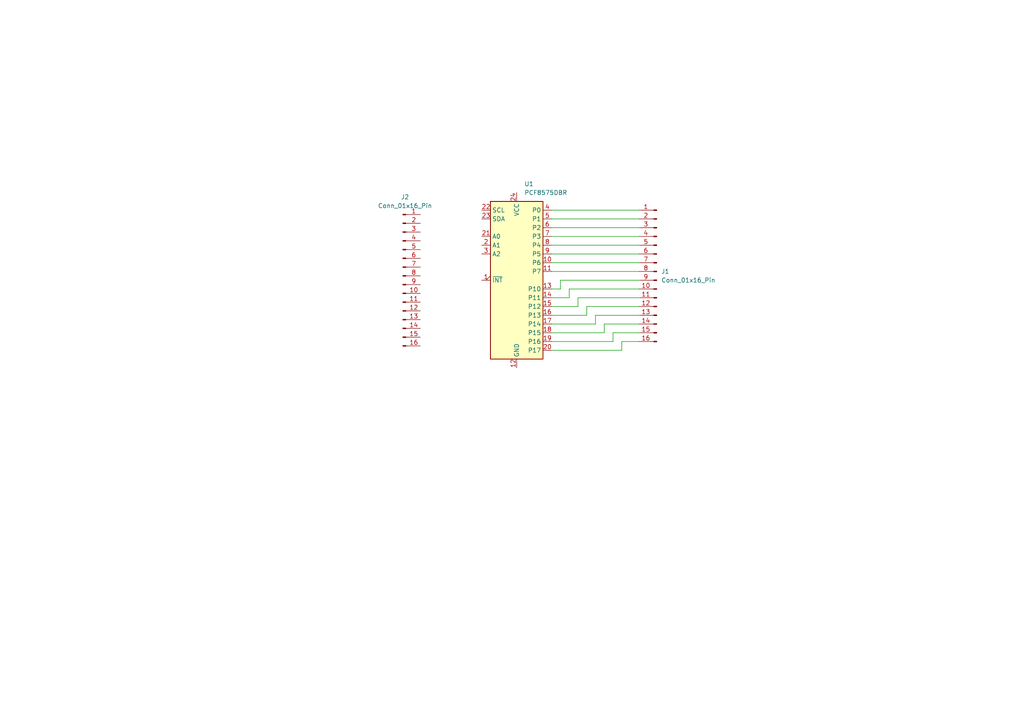
<source format=kicad_sch>
(kicad_sch (version 20231120) (generator "eeschema") (generator_version "8.0")
  (paper "A4")
  (lib_symbols
    (symbol "Connector:Conn_01x16_Pin" (pin_names (offset 1.016) hide)
      (property "Reference" "J" (at 0 20.32 0))
      (property "Value" "Conn_01x16_Pin" (at 0 -22.86 0))
      (symbol "Conn_01x16_Pin_1_1"
        (polyline (pts (xy 1.27 -20.32) (xy 0.8636 -20.32)) (stroke (width 0.1524)))
        (polyline (pts (xy 1.27 -17.78) (xy 0.8636 -17.78)) (stroke (width 0.1524)))
        (polyline (pts (xy 1.27 -15.24) (xy 0.8636 -15.24)) (stroke (width 0.1524)))
        (polyline (pts (xy 1.27 -12.7) (xy 0.8636 -12.7)) (stroke (width 0.1524)))
        (polyline (pts (xy 1.27 -10.16) (xy 0.8636 -10.16)) (stroke (width 0.1524)))
        (polyline (pts (xy 1.27 -7.62) (xy 0.8636 -7.62)) (stroke (width 0.1524)))
        (polyline (pts (xy 1.27 -5.08) (xy 0.8636 -5.08)) (stroke (width 0.1524)))
        (polyline (pts (xy 1.27 -2.54) (xy 0.8636 -2.54)) (stroke (width 0.1524)))
        (polyline (pts (xy 1.27 0) (xy 0.8636 0)) (stroke (width 0.1524)))
        (polyline (pts (xy 1.27 2.54) (xy 0.8636 2.54)) (stroke (width 0.1524)))
        (polyline (pts (xy 1.27 5.08) (xy 0.8636 5.08)) (stroke (width 0.1524)))
        (polyline (pts (xy 1.27 7.62) (xy 0.8636 7.62)) (stroke (width 0.1524)))
        (polyline (pts (xy 1.27 10.16) (xy 0.8636 10.16)) (stroke (width 0.1524)))
        (polyline (pts (xy 1.27 12.7) (xy 0.8636 12.7)) (stroke (width 0.1524)))
        (polyline (pts (xy 1.27 15.24) (xy 0.8636 15.24)) (stroke (width 0.1524)))
        (polyline (pts (xy 1.27 17.78) (xy 0.8636 17.78)) (stroke (width 0.1524)))
        (rectangle (start 0.8636 -20.193) (end 0 -20.447) (stroke (width 0.1524)) (fill (type outline)))
        (rectangle (start 0.8636 -17.653) (end 0 -17.907) (stroke (width 0.1524)) (fill (type outline)))
        (rectangle (start 0.8636 -15.113) (end 0 -15.367) (stroke (width 0.1524)) (fill (type outline)))
        (rectangle (start 0.8636 -12.573) (end 0 -12.827) (stroke (width 0.1524)) (fill (type outline)))
        (rectangle (start 0.8636 -10.033) (end 0 -10.287) (stroke (width 0.1524)) (fill (type outline)))
        (rectangle (start 0.8636 -7.493) (end 0 -7.747) (stroke (width 0.1524)) (fill (type outline)))
        (rectangle (start 0.8636 -4.953) (end 0 -5.207) (stroke (width 0.1524)) (fill (type outline)))
        (rectangle (start 0.8636 -2.413) (end 0 -2.667) (stroke (width 0.1524)) (fill (type outline)))
        (rectangle (start 0.8636 0.127) (end 0 -0.127) (stroke (width 0.1524)) (fill (type outline)))
        (rectangle (start 0.8636 2.667) (end 0 2.413) (stroke (width 0.1524)) (fill (type outline)))
        (rectangle (start 0.8636 5.207) (end 0 4.953) (stroke (width 0.1524)) (fill (type outline)))
        (rectangle (start 0.8636 7.747) (end 0 7.493) (stroke (width 0.1524)) (fill (type outline)))
        (rectangle (start 0.8636 10.287) (end 0 10.033) (stroke (width 0.1524)) (fill (type outline)))
        (rectangle (start 0.8636 12.827) (end 0 12.573) (stroke (width 0.1524)) (fill (type outline)))
        (rectangle (start 0.8636 15.367) (end 0 15.113) (stroke (width 0.1524)) (fill (type outline)))
        (rectangle (start 0.8636 17.907) (end 0 17.653) (stroke (width 0.1524)) (fill (type outline)))
        (pin passive line (at 5.08 17.78 180) (length 3.81) (name "Pin_1") (number "1"))
        (pin passive line (at 5.08 -5.08 180) (length 3.81) (name "Pin_10") (number "10"))
        (pin passive line (at 5.08 -7.62 180) (length 3.81) (name "Pin_11") (number "11"))
        (pin passive line (at 5.08 -10.16 180) (length 3.81) (name "Pin_12") (number "12"))
        (pin passive line (at 5.08 -12.7 180) (length 3.81) (name "Pin_13") (number "13"))
        (pin passive line (at 5.08 -15.24 180) (length 3.81) (name "Pin_14") (number "14"))
        (pin passive line (at 5.08 -17.78 180) (length 3.81) (name "Pin_15") (number "15"))
        (pin passive line (at 5.08 -20.32 180) (length 3.81) (name "Pin_16") (number "16"))
        (pin passive line (at 5.08 15.24 180) (length 3.81) (name "Pin_2") (number "2"))
        (pin passive line (at 5.08 12.7 180) (length 3.81) (name "Pin_3") (number "3"))
        (pin passive line (at 5.08 10.16 180) (length 3.81) (name "Pin_4") (number "4"))
        (pin passive line (at 5.08 7.62 180) (length 3.81) (name "Pin_5") (number "5"))
        (pin passive line (at 5.08 5.08 180) (length 3.81) (name "Pin_6") (number "6"))
        (pin passive line (at 5.08 2.54 180) (length 3.81) (name "Pin_7") (number "7"))
        (pin passive line (at 5.08 0 180) (length 3.81) (name "Pin_8") (number "8"))
        (pin passive line (at 5.08 -2.54 180) (length 3.81) (name "Pin_9") (number "9"))
      )
    )
    (symbol "Interface_Expansion:PCF8575DBR"
      (property "Reference" "U" (at -6.35 24.13 0))
      (property "Value" "PCF8575DBR" (at 7.62 -24.13 0))
      (symbol "PCF8575DBR_0_1"
        (rectangle (start -7.62 22.86) (end 7.62 -22.86) (stroke (width 0.254)) (fill (type background)))
      )
      (symbol "PCF8575DBR_1_1"
        (pin open_collector output_low (at -10.16 0 0) (length 2.54) (name "~{INT}") (number "1"))
        (pin bidirectional line (at 10.16 5.08 180) (length 2.54) (name "P6") (number "10"))
        (pin bidirectional line (at 10.16 2.54 180) (length 2.54) (name "P7") (number "11"))
        (pin power_in line (at 0 -25.4 90) (length 2.54) (name "GND") (number "12"))
        (pin bidirectional line (at 10.16 -2.54 180) (length 2.54) (name "P10") (number "13"))
        (pin bidirectional line (at 10.16 -5.08 180) (length 2.54) (name "P11") (number "14"))
        (pin bidirectional line (at 10.16 -7.62 180) (length 2.54) (name "P12") (number "15"))
        (pin bidirectional line (at 10.16 -10.16 180) (length 2.54) (name "P13") (number "16"))
        (pin bidirectional line (at 10.16 -12.7 180) (length 2.54) (name "P14") (number "17"))
        (pin bidirectional line (at 10.16 -15.24 180) (length 2.54) (name "P15") (number "18"))
        (pin bidirectional line (at 10.16 -17.78 180) (length 2.54) (name "P16") (number "19"))
        (pin input line (at -10.16 10.16 0) (length 2.54) (name "A1") (number "2"))
        (pin bidirectional line (at 10.16 -20.32 180) (length 2.54) (name "P17") (number "20"))
        (pin input line (at -10.16 12.7 0) (length 2.54) (name "A0") (number "21"))
        (pin input line (at -10.16 20.32 0) (length 2.54) (name "SCL") (number "22"))
        (pin bidirectional line (at -10.16 17.78 0) (length 2.54) (name "SDA") (number "23"))
        (pin power_in line (at 0 25.4 270) (length 2.54) (name "VCC") (number "24"))
        (pin input line (at -10.16 7.62 0) (length 2.54) (name "A2") (number "3"))
        (pin bidirectional line (at 10.16 20.32 180) (length 2.54) (name "P0") (number "4"))
        (pin bidirectional line (at 10.16 17.78 180) (length 2.54) (name "P1") (number "5"))
        (pin bidirectional line (at 10.16 15.24 180) (length 2.54) (name "P2") (number "6"))
        (pin bidirectional line (at 10.16 12.7 180) (length 2.54) (name "P3") (number "7"))
        (pin bidirectional line (at 10.16 10.16 180) (length 2.54) (name "P4") (number "8"))
        (pin bidirectional line (at 10.16 7.62 180) (length 2.54) (name "P5") (number "9"))
      )
    )
  )
  (wire (pts (xy 160.02 73.66) (xy 185.42 73.66)))
  (wire (pts (xy 160.02 101.6) (xy 180.34 101.6)))
  (wire (pts (xy 160.02 71.12) (xy 185.42 71.12)))
  (wire (pts (xy 170.18 91.44) (xy 170.18 88.9)))
  (wire (pts (xy 160.02 63.5) (xy 185.42 63.5)))
  (wire (pts (xy 160.02 86.36) (xy 165.1 86.36)))
  (wire (pts (xy 160.02 78.74) (xy 185.42 78.74)))
  (wire (pts (xy 177.8 99.06) (xy 177.8 96.52)))
  (wire (pts (xy 162.56 81.28) (xy 185.42 81.28)))
  (wire (pts (xy 180.34 99.06) (xy 185.42 99.06)))
  (wire (pts (xy 160.02 93.98) (xy 172.72 93.98)))
  (wire (pts (xy 167.64 86.36) (xy 185.42 86.36)))
  (wire (pts (xy 160.02 83.82) (xy 162.56 83.82)))
  (wire (pts (xy 162.56 83.82) (xy 162.56 81.28)))
  (wire (pts (xy 180.34 101.6) (xy 180.34 99.06)))
  (wire (pts (xy 165.1 86.36) (xy 165.1 83.82)))
  (wire (pts (xy 165.1 83.82) (xy 185.42 83.82)))
  (wire (pts (xy 177.8 96.52) (xy 185.42 96.52)))
  (wire (pts (xy 160.02 96.52) (xy 175.26 96.52)))
  (wire (pts (xy 160.02 60.96) (xy 185.42 60.96)))
  (wire (pts (xy 170.18 88.9) (xy 185.42 88.9)))
  (wire (pts (xy 167.64 88.9) (xy 167.64 86.36)))
  (wire (pts (xy 160.02 99.06) (xy 177.8 99.06)))
  (wire (pts (xy 160.02 88.9) (xy 167.64 88.9)))
  (wire (pts (xy 175.26 96.52) (xy 175.26 93.98)))
  (wire (pts (xy 160.02 76.2) (xy 185.42 76.2)))
  (wire (pts (xy 160.02 66.04) (xy 185.42 66.04)))
  (wire (pts (xy 160.02 68.58) (xy 185.42 68.58)))
  (wire (pts (xy 172.72 93.98) (xy 172.72 91.44)))
  (wire (pts (xy 160.02 91.44) (xy 170.18 91.44)))
  (wire (pts (xy 172.72 91.44) (xy 185.42 91.44)))
  (wire (pts (xy 175.26 93.98) (xy 185.42 93.98)))
  (symbol (lib_id "Interface_Expansion:PCF8575DBR") (at 149.86 81.28 0) (unit 1)
    (property "Reference" "U1" (at 152.0541 53.34 0) (effects (justify left)))
    (property "Value" "PCF8575DBR" (at 152.0541 55.88 0) (effects (justify left)))
    (property "Footprint" "Package_SO:SSOP-24_5.3x8.2mm_P0.65mm" (effects (hide yes)))
    (property "Datasheet" "https://www.ti.com/lit/ds/symlink/pcf8575.pdf" (effects (hide yes)))
    (property "Description" "16 Bits Port/Expander to I2C Bus, SSOP-24" (effects (hide yes)))
  )
  (symbol (lib_id "Connector:Conn_01x16_Pin") (at 116.84 80.01 0) (unit 1)
    (property "Reference" "J2" (at 117.475 57.15 0))
    (property "Value" "Conn_01x16_Pin" (at 117.475 59.69 0))
    (property "Footprint" "Connector_PinHeader_2.54mm:PinHeader_1x16_P2.54mm_Vertical" (effects (hide yes)))
    (property "Description" "Generic connector, single row, 01x16, script generated" (effects (hide yes)))
  )
  (symbol (lib_id "Connector:Conn_01x16_Pin") (at 190.5 78.74 0) (mirror y) (unit 1)
    (property "Reference" "J1" (at 191.77 78.7399 0) (effects (justify right)))
    (property "Value" "Conn_01x16_Pin" (at 191.77 81.2799 0) (effects (justify right)))
    (property "Footprint" "Connector_PinHeader_2.54mm:PinHeader_1x16_P2.54mm_Vertical" (effects (hide yes)))
    (property "Description" "Generic connector, single row, 01x16, script generated" (effects (hide yes)))
  )
)
</source>
